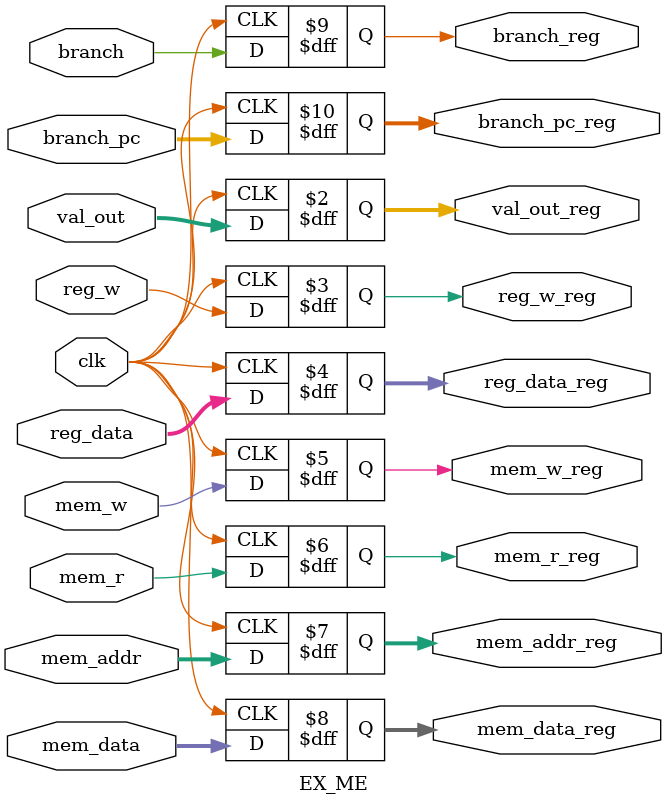
<source format=v>

`timescale 1ns / 1ps


module EX_ME(
    input [31:0] val_out,
    input reg_w,
    input [31:0] reg_data,
    input mem_w,
    input mem_r,
    input [31:0] mem_addr,
    input [31:0] mem_data,
    input branch,
    input [31:0] branch_pc,
    input clk,

    output reg [31:0] val_out_reg,
    output reg reg_w_reg,
    output reg [31:0] reg_data_reg,
    output reg mem_w_reg,
    output reg mem_r_reg,
    output reg [31:0] mem_addr_reg,
    output reg [31:0] mem_data_reg,
    output reg branch_reg,
    output reg [31:0] branch_pc_reg
  );

  always @(posedge clk ) begin 
    val_out_reg <= val_out;
    reg_w_reg <= reg_w;
    reg_data_reg <= reg_data;
    mem_w_reg <= mem_w;
    mem_r_reg <= mem_r;
    mem_addr_reg <= mem_addr;
    mem_data_reg <= mem_data;
    branch_reg <= branch;
    branch_pc_reg <= branch_pc;
  end

endmodule

</source>
